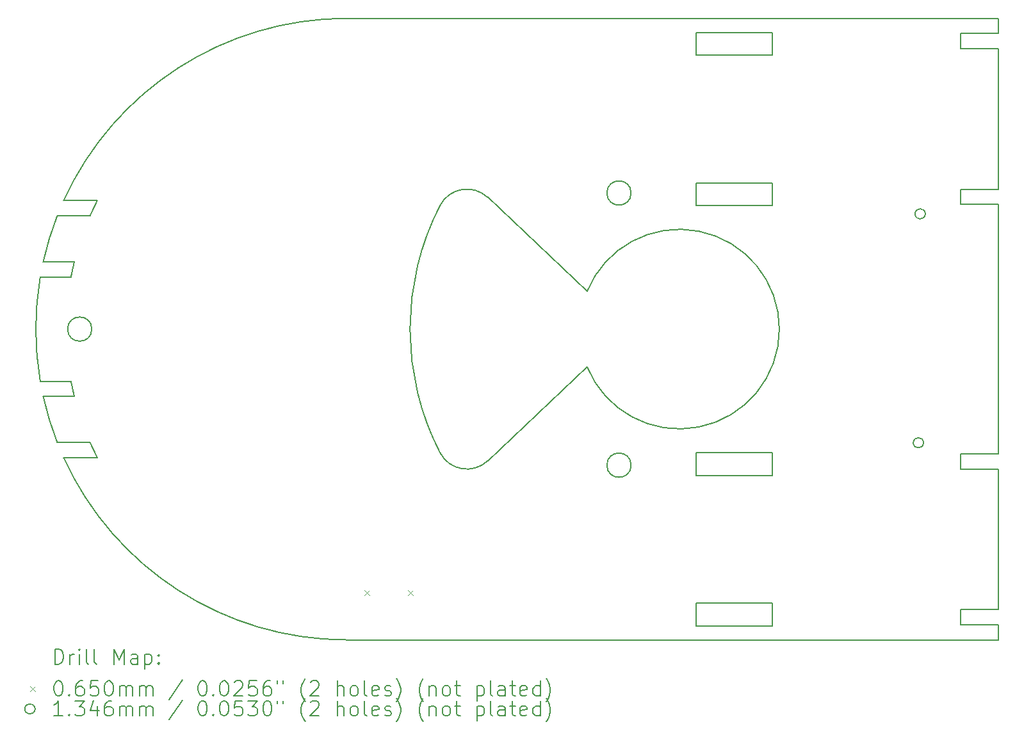
<source format=gbr>
%TF.GenerationSoftware,KiCad,Pcbnew,7.0.10-7.0.10~ubuntu22.04.1*%
%TF.CreationDate,2024-04-21T14:18:29-04:00*%
%TF.ProjectId,little_red_rover,6c697474-6c65-45f7-9265-645f726f7665,rev?*%
%TF.SameCoordinates,Original*%
%TF.FileFunction,Drillmap*%
%TF.FilePolarity,Positive*%
%FSLAX45Y45*%
G04 Gerber Fmt 4.5, Leading zero omitted, Abs format (unit mm)*
G04 Created by KiCad (PCBNEW 7.0.10-7.0.10~ubuntu22.04.1) date 2024-04-21 14:18:29*
%MOMM*%
%LPD*%
G01*
G04 APERTURE LIST*
%ADD10C,0.200000*%
%ADD11C,0.100000*%
%ADD12C,0.134620*%
G04 APERTURE END LIST*
D10*
X21365000Y-11650000D02*
X20865000Y-11650000D01*
X18375000Y-11935000D02*
X17361369Y-11935000D01*
X9003062Y-11700000D02*
X9447410Y-11700000D01*
X21365000Y-6090000D02*
X21365000Y-5890000D01*
X18375000Y-11935000D02*
X18375000Y-11635000D01*
X21365000Y-11650000D02*
X21365000Y-8350000D01*
X18375000Y-11635000D02*
X17361369Y-11635000D01*
X17361369Y-6375000D02*
X17361369Y-6075000D01*
X9003062Y-8300000D02*
X9447410Y-8300000D01*
X9099729Y-10690000D02*
G75*
G03*
X9143334Y-10890000I3645091J689960D01*
G01*
X17361369Y-11935000D02*
X17361369Y-11635000D01*
X21365000Y-8150000D02*
X20865000Y-8150000D01*
X16505000Y-8200000D02*
G75*
G03*
X16185000Y-8200000I-160000J0D01*
G01*
X16185000Y-8200000D02*
G75*
G03*
X16505000Y-8200000I160000J0D01*
G01*
X12745000Y-5890000D02*
G75*
G03*
X9003062Y-8300000I1J-4110001D01*
G01*
X13978988Y-11634861D02*
G75*
G03*
X14609153Y-11742043I355412J183521D01*
G01*
X9351757Y-8500000D02*
X8918500Y-8500000D01*
X20865000Y-13710000D02*
X20865000Y-13910000D01*
X14609149Y-8257960D02*
G75*
G03*
X13978992Y-8365141I-274750J-290700D01*
G01*
X15923362Y-9500000D02*
X14609153Y-8257957D01*
X8693334Y-9310000D02*
G75*
G03*
X8693334Y-10690000I4051666J-690000D01*
G01*
X17361369Y-6375000D02*
X18375000Y-6375000D01*
X12745000Y-14110000D02*
X21365000Y-14110000D01*
X9447410Y-8300000D02*
G75*
G03*
X9351757Y-8500000I3297630J-1700020D01*
G01*
X21365000Y-8150000D02*
X21365000Y-6290000D01*
X17361369Y-13925000D02*
X17361369Y-13625000D01*
X20865000Y-8150000D02*
X20865000Y-8350000D01*
X17361369Y-6075000D02*
X18375000Y-6075000D01*
X9099729Y-10690000D02*
X8693334Y-10690000D01*
X18375000Y-8365000D02*
X18375000Y-8065000D01*
X20865000Y-6090000D02*
X21365000Y-6090000D01*
X17361369Y-8365000D02*
X18375000Y-8365000D01*
X15923362Y-10500000D02*
G75*
G03*
X15923362Y-9500000I1221638J500000D01*
G01*
X18375000Y-13925000D02*
X17361369Y-13925000D01*
X20865000Y-11650000D02*
X20865000Y-11850000D01*
X8732520Y-10890000D02*
X9143334Y-10890000D01*
X18375000Y-13625000D02*
X17361369Y-13625000D01*
X12745000Y-5890000D02*
X21365000Y-5890000D01*
X21365000Y-8350000D02*
X20865000Y-8350000D01*
X8918501Y-8500000D02*
G75*
G03*
X8732520Y-9110000I3826559J-1500020D01*
G01*
X8918500Y-11500000D02*
X9351757Y-11500000D01*
X9143334Y-9110000D02*
G75*
G03*
X9099729Y-9310000I3601986J-890070D01*
G01*
X9003062Y-11700000D02*
G75*
G03*
X12745000Y-14110000I3741938J1700000D01*
G01*
X21365000Y-11850000D02*
X20865000Y-11850000D01*
X21365000Y-6290000D02*
X20865000Y-6290000D01*
X17361369Y-8065000D02*
X18375000Y-8065000D01*
X20865000Y-13910000D02*
X21365000Y-13910000D01*
X20865000Y-6090000D02*
X20865000Y-6290000D01*
X16505000Y-11800000D02*
G75*
G03*
X16185000Y-11800000I-160000J0D01*
G01*
X16185000Y-11800000D02*
G75*
G03*
X16505000Y-11800000I160000J0D01*
G01*
X18375000Y-13925000D02*
X18375000Y-13625000D01*
X9099729Y-9310000D02*
X8693334Y-9310000D01*
X17361369Y-8365000D02*
X17361369Y-8065000D01*
X9375000Y-10000000D02*
G75*
G03*
X9055000Y-10000000I-160000J0D01*
G01*
X9055000Y-10000000D02*
G75*
G03*
X9375000Y-10000000I160000J0D01*
G01*
X21365000Y-13710000D02*
X20865000Y-13710000D01*
X8732519Y-10890000D02*
G75*
G03*
X8918500Y-11500000I4012401J889980D01*
G01*
X21365000Y-13710000D02*
X21365000Y-11850000D01*
X9351757Y-11500000D02*
G75*
G03*
X9447410Y-11700000I3393283J1500020D01*
G01*
X9143334Y-9110000D02*
X8732520Y-9110000D01*
X18375000Y-6375000D02*
X18375000Y-6075000D01*
X13978992Y-8365141D02*
G75*
G03*
X13978992Y-11634859I3166008J-1634859D01*
G01*
X15923362Y-10500000D02*
X14609153Y-11742043D01*
X21365000Y-14110000D02*
X21365000Y-13910000D01*
D11*
X12978500Y-13457000D02*
X13043500Y-13522000D01*
X13043500Y-13457000D02*
X12978500Y-13522000D01*
X13556500Y-13457000D02*
X13621500Y-13522000D01*
X13621500Y-13457000D02*
X13556500Y-13522000D01*
D12*
X20370425Y-11503746D02*
G75*
G03*
X20235805Y-11503746I-67310J0D01*
G01*
X20235805Y-11503746D02*
G75*
G03*
X20370425Y-11503746I67310J0D01*
G01*
X20394195Y-8476254D02*
G75*
G03*
X20259575Y-8476254I-67310J0D01*
G01*
X20259575Y-8476254D02*
G75*
G03*
X20394195Y-8476254I67310J0D01*
G01*
D10*
X8885777Y-14431484D02*
X8885777Y-14231484D01*
X8885777Y-14231484D02*
X8933396Y-14231484D01*
X8933396Y-14231484D02*
X8961967Y-14241008D01*
X8961967Y-14241008D02*
X8981015Y-14260055D01*
X8981015Y-14260055D02*
X8990539Y-14279103D01*
X8990539Y-14279103D02*
X9000063Y-14317198D01*
X9000063Y-14317198D02*
X9000063Y-14345769D01*
X9000063Y-14345769D02*
X8990539Y-14383865D01*
X8990539Y-14383865D02*
X8981015Y-14402912D01*
X8981015Y-14402912D02*
X8961967Y-14421960D01*
X8961967Y-14421960D02*
X8933396Y-14431484D01*
X8933396Y-14431484D02*
X8885777Y-14431484D01*
X9085777Y-14431484D02*
X9085777Y-14298150D01*
X9085777Y-14336246D02*
X9095301Y-14317198D01*
X9095301Y-14317198D02*
X9104824Y-14307674D01*
X9104824Y-14307674D02*
X9123872Y-14298150D01*
X9123872Y-14298150D02*
X9142920Y-14298150D01*
X9209586Y-14431484D02*
X9209586Y-14298150D01*
X9209586Y-14231484D02*
X9200063Y-14241008D01*
X9200063Y-14241008D02*
X9209586Y-14250531D01*
X9209586Y-14250531D02*
X9219110Y-14241008D01*
X9219110Y-14241008D02*
X9209586Y-14231484D01*
X9209586Y-14231484D02*
X9209586Y-14250531D01*
X9333396Y-14431484D02*
X9314348Y-14421960D01*
X9314348Y-14421960D02*
X9304824Y-14402912D01*
X9304824Y-14402912D02*
X9304824Y-14231484D01*
X9438158Y-14431484D02*
X9419110Y-14421960D01*
X9419110Y-14421960D02*
X9409586Y-14402912D01*
X9409586Y-14402912D02*
X9409586Y-14231484D01*
X9666729Y-14431484D02*
X9666729Y-14231484D01*
X9666729Y-14231484D02*
X9733396Y-14374341D01*
X9733396Y-14374341D02*
X9800063Y-14231484D01*
X9800063Y-14231484D02*
X9800063Y-14431484D01*
X9981015Y-14431484D02*
X9981015Y-14326722D01*
X9981015Y-14326722D02*
X9971491Y-14307674D01*
X9971491Y-14307674D02*
X9952444Y-14298150D01*
X9952444Y-14298150D02*
X9914348Y-14298150D01*
X9914348Y-14298150D02*
X9895301Y-14307674D01*
X9981015Y-14421960D02*
X9961967Y-14431484D01*
X9961967Y-14431484D02*
X9914348Y-14431484D01*
X9914348Y-14431484D02*
X9895301Y-14421960D01*
X9895301Y-14421960D02*
X9885777Y-14402912D01*
X9885777Y-14402912D02*
X9885777Y-14383865D01*
X9885777Y-14383865D02*
X9895301Y-14364817D01*
X9895301Y-14364817D02*
X9914348Y-14355293D01*
X9914348Y-14355293D02*
X9961967Y-14355293D01*
X9961967Y-14355293D02*
X9981015Y-14345769D01*
X10076253Y-14298150D02*
X10076253Y-14498150D01*
X10076253Y-14307674D02*
X10095301Y-14298150D01*
X10095301Y-14298150D02*
X10133396Y-14298150D01*
X10133396Y-14298150D02*
X10152444Y-14307674D01*
X10152444Y-14307674D02*
X10161967Y-14317198D01*
X10161967Y-14317198D02*
X10171491Y-14336246D01*
X10171491Y-14336246D02*
X10171491Y-14393388D01*
X10171491Y-14393388D02*
X10161967Y-14412436D01*
X10161967Y-14412436D02*
X10152444Y-14421960D01*
X10152444Y-14421960D02*
X10133396Y-14431484D01*
X10133396Y-14431484D02*
X10095301Y-14431484D01*
X10095301Y-14431484D02*
X10076253Y-14421960D01*
X10257205Y-14412436D02*
X10266729Y-14421960D01*
X10266729Y-14421960D02*
X10257205Y-14431484D01*
X10257205Y-14431484D02*
X10247682Y-14421960D01*
X10247682Y-14421960D02*
X10257205Y-14412436D01*
X10257205Y-14412436D02*
X10257205Y-14431484D01*
X10257205Y-14307674D02*
X10266729Y-14317198D01*
X10266729Y-14317198D02*
X10257205Y-14326722D01*
X10257205Y-14326722D02*
X10247682Y-14317198D01*
X10247682Y-14317198D02*
X10257205Y-14307674D01*
X10257205Y-14307674D02*
X10257205Y-14326722D01*
D11*
X8560000Y-14727500D02*
X8625000Y-14792500D01*
X8625000Y-14727500D02*
X8560000Y-14792500D01*
D10*
X8923872Y-14651484D02*
X8942920Y-14651484D01*
X8942920Y-14651484D02*
X8961967Y-14661008D01*
X8961967Y-14661008D02*
X8971491Y-14670531D01*
X8971491Y-14670531D02*
X8981015Y-14689579D01*
X8981015Y-14689579D02*
X8990539Y-14727674D01*
X8990539Y-14727674D02*
X8990539Y-14775293D01*
X8990539Y-14775293D02*
X8981015Y-14813388D01*
X8981015Y-14813388D02*
X8971491Y-14832436D01*
X8971491Y-14832436D02*
X8961967Y-14841960D01*
X8961967Y-14841960D02*
X8942920Y-14851484D01*
X8942920Y-14851484D02*
X8923872Y-14851484D01*
X8923872Y-14851484D02*
X8904824Y-14841960D01*
X8904824Y-14841960D02*
X8895301Y-14832436D01*
X8895301Y-14832436D02*
X8885777Y-14813388D01*
X8885777Y-14813388D02*
X8876253Y-14775293D01*
X8876253Y-14775293D02*
X8876253Y-14727674D01*
X8876253Y-14727674D02*
X8885777Y-14689579D01*
X8885777Y-14689579D02*
X8895301Y-14670531D01*
X8895301Y-14670531D02*
X8904824Y-14661008D01*
X8904824Y-14661008D02*
X8923872Y-14651484D01*
X9076253Y-14832436D02*
X9085777Y-14841960D01*
X9085777Y-14841960D02*
X9076253Y-14851484D01*
X9076253Y-14851484D02*
X9066729Y-14841960D01*
X9066729Y-14841960D02*
X9076253Y-14832436D01*
X9076253Y-14832436D02*
X9076253Y-14851484D01*
X9257205Y-14651484D02*
X9219110Y-14651484D01*
X9219110Y-14651484D02*
X9200063Y-14661008D01*
X9200063Y-14661008D02*
X9190539Y-14670531D01*
X9190539Y-14670531D02*
X9171491Y-14699103D01*
X9171491Y-14699103D02*
X9161967Y-14737198D01*
X9161967Y-14737198D02*
X9161967Y-14813388D01*
X9161967Y-14813388D02*
X9171491Y-14832436D01*
X9171491Y-14832436D02*
X9181015Y-14841960D01*
X9181015Y-14841960D02*
X9200063Y-14851484D01*
X9200063Y-14851484D02*
X9238158Y-14851484D01*
X9238158Y-14851484D02*
X9257205Y-14841960D01*
X9257205Y-14841960D02*
X9266729Y-14832436D01*
X9266729Y-14832436D02*
X9276253Y-14813388D01*
X9276253Y-14813388D02*
X9276253Y-14765769D01*
X9276253Y-14765769D02*
X9266729Y-14746722D01*
X9266729Y-14746722D02*
X9257205Y-14737198D01*
X9257205Y-14737198D02*
X9238158Y-14727674D01*
X9238158Y-14727674D02*
X9200063Y-14727674D01*
X9200063Y-14727674D02*
X9181015Y-14737198D01*
X9181015Y-14737198D02*
X9171491Y-14746722D01*
X9171491Y-14746722D02*
X9161967Y-14765769D01*
X9457205Y-14651484D02*
X9361967Y-14651484D01*
X9361967Y-14651484D02*
X9352444Y-14746722D01*
X9352444Y-14746722D02*
X9361967Y-14737198D01*
X9361967Y-14737198D02*
X9381015Y-14727674D01*
X9381015Y-14727674D02*
X9428634Y-14727674D01*
X9428634Y-14727674D02*
X9447682Y-14737198D01*
X9447682Y-14737198D02*
X9457205Y-14746722D01*
X9457205Y-14746722D02*
X9466729Y-14765769D01*
X9466729Y-14765769D02*
X9466729Y-14813388D01*
X9466729Y-14813388D02*
X9457205Y-14832436D01*
X9457205Y-14832436D02*
X9447682Y-14841960D01*
X9447682Y-14841960D02*
X9428634Y-14851484D01*
X9428634Y-14851484D02*
X9381015Y-14851484D01*
X9381015Y-14851484D02*
X9361967Y-14841960D01*
X9361967Y-14841960D02*
X9352444Y-14832436D01*
X9590539Y-14651484D02*
X9609586Y-14651484D01*
X9609586Y-14651484D02*
X9628634Y-14661008D01*
X9628634Y-14661008D02*
X9638158Y-14670531D01*
X9638158Y-14670531D02*
X9647682Y-14689579D01*
X9647682Y-14689579D02*
X9657205Y-14727674D01*
X9657205Y-14727674D02*
X9657205Y-14775293D01*
X9657205Y-14775293D02*
X9647682Y-14813388D01*
X9647682Y-14813388D02*
X9638158Y-14832436D01*
X9638158Y-14832436D02*
X9628634Y-14841960D01*
X9628634Y-14841960D02*
X9609586Y-14851484D01*
X9609586Y-14851484D02*
X9590539Y-14851484D01*
X9590539Y-14851484D02*
X9571491Y-14841960D01*
X9571491Y-14841960D02*
X9561967Y-14832436D01*
X9561967Y-14832436D02*
X9552444Y-14813388D01*
X9552444Y-14813388D02*
X9542920Y-14775293D01*
X9542920Y-14775293D02*
X9542920Y-14727674D01*
X9542920Y-14727674D02*
X9552444Y-14689579D01*
X9552444Y-14689579D02*
X9561967Y-14670531D01*
X9561967Y-14670531D02*
X9571491Y-14661008D01*
X9571491Y-14661008D02*
X9590539Y-14651484D01*
X9742920Y-14851484D02*
X9742920Y-14718150D01*
X9742920Y-14737198D02*
X9752444Y-14727674D01*
X9752444Y-14727674D02*
X9771491Y-14718150D01*
X9771491Y-14718150D02*
X9800063Y-14718150D01*
X9800063Y-14718150D02*
X9819110Y-14727674D01*
X9819110Y-14727674D02*
X9828634Y-14746722D01*
X9828634Y-14746722D02*
X9828634Y-14851484D01*
X9828634Y-14746722D02*
X9838158Y-14727674D01*
X9838158Y-14727674D02*
X9857205Y-14718150D01*
X9857205Y-14718150D02*
X9885777Y-14718150D01*
X9885777Y-14718150D02*
X9904825Y-14727674D01*
X9904825Y-14727674D02*
X9914348Y-14746722D01*
X9914348Y-14746722D02*
X9914348Y-14851484D01*
X10009586Y-14851484D02*
X10009586Y-14718150D01*
X10009586Y-14737198D02*
X10019110Y-14727674D01*
X10019110Y-14727674D02*
X10038158Y-14718150D01*
X10038158Y-14718150D02*
X10066729Y-14718150D01*
X10066729Y-14718150D02*
X10085777Y-14727674D01*
X10085777Y-14727674D02*
X10095301Y-14746722D01*
X10095301Y-14746722D02*
X10095301Y-14851484D01*
X10095301Y-14746722D02*
X10104825Y-14727674D01*
X10104825Y-14727674D02*
X10123872Y-14718150D01*
X10123872Y-14718150D02*
X10152444Y-14718150D01*
X10152444Y-14718150D02*
X10171491Y-14727674D01*
X10171491Y-14727674D02*
X10181015Y-14746722D01*
X10181015Y-14746722D02*
X10181015Y-14851484D01*
X10571491Y-14641960D02*
X10400063Y-14899103D01*
X10828634Y-14651484D02*
X10847682Y-14651484D01*
X10847682Y-14651484D02*
X10866729Y-14661008D01*
X10866729Y-14661008D02*
X10876253Y-14670531D01*
X10876253Y-14670531D02*
X10885777Y-14689579D01*
X10885777Y-14689579D02*
X10895301Y-14727674D01*
X10895301Y-14727674D02*
X10895301Y-14775293D01*
X10895301Y-14775293D02*
X10885777Y-14813388D01*
X10885777Y-14813388D02*
X10876253Y-14832436D01*
X10876253Y-14832436D02*
X10866729Y-14841960D01*
X10866729Y-14841960D02*
X10847682Y-14851484D01*
X10847682Y-14851484D02*
X10828634Y-14851484D01*
X10828634Y-14851484D02*
X10809587Y-14841960D01*
X10809587Y-14841960D02*
X10800063Y-14832436D01*
X10800063Y-14832436D02*
X10790539Y-14813388D01*
X10790539Y-14813388D02*
X10781015Y-14775293D01*
X10781015Y-14775293D02*
X10781015Y-14727674D01*
X10781015Y-14727674D02*
X10790539Y-14689579D01*
X10790539Y-14689579D02*
X10800063Y-14670531D01*
X10800063Y-14670531D02*
X10809587Y-14661008D01*
X10809587Y-14661008D02*
X10828634Y-14651484D01*
X10981015Y-14832436D02*
X10990539Y-14841960D01*
X10990539Y-14841960D02*
X10981015Y-14851484D01*
X10981015Y-14851484D02*
X10971491Y-14841960D01*
X10971491Y-14841960D02*
X10981015Y-14832436D01*
X10981015Y-14832436D02*
X10981015Y-14851484D01*
X11114348Y-14651484D02*
X11133396Y-14651484D01*
X11133396Y-14651484D02*
X11152444Y-14661008D01*
X11152444Y-14661008D02*
X11161968Y-14670531D01*
X11161968Y-14670531D02*
X11171491Y-14689579D01*
X11171491Y-14689579D02*
X11181015Y-14727674D01*
X11181015Y-14727674D02*
X11181015Y-14775293D01*
X11181015Y-14775293D02*
X11171491Y-14813388D01*
X11171491Y-14813388D02*
X11161968Y-14832436D01*
X11161968Y-14832436D02*
X11152444Y-14841960D01*
X11152444Y-14841960D02*
X11133396Y-14851484D01*
X11133396Y-14851484D02*
X11114348Y-14851484D01*
X11114348Y-14851484D02*
X11095301Y-14841960D01*
X11095301Y-14841960D02*
X11085777Y-14832436D01*
X11085777Y-14832436D02*
X11076253Y-14813388D01*
X11076253Y-14813388D02*
X11066729Y-14775293D01*
X11066729Y-14775293D02*
X11066729Y-14727674D01*
X11066729Y-14727674D02*
X11076253Y-14689579D01*
X11076253Y-14689579D02*
X11085777Y-14670531D01*
X11085777Y-14670531D02*
X11095301Y-14661008D01*
X11095301Y-14661008D02*
X11114348Y-14651484D01*
X11257206Y-14670531D02*
X11266729Y-14661008D01*
X11266729Y-14661008D02*
X11285777Y-14651484D01*
X11285777Y-14651484D02*
X11333396Y-14651484D01*
X11333396Y-14651484D02*
X11352444Y-14661008D01*
X11352444Y-14661008D02*
X11361967Y-14670531D01*
X11361967Y-14670531D02*
X11371491Y-14689579D01*
X11371491Y-14689579D02*
X11371491Y-14708627D01*
X11371491Y-14708627D02*
X11361967Y-14737198D01*
X11361967Y-14737198D02*
X11247682Y-14851484D01*
X11247682Y-14851484D02*
X11371491Y-14851484D01*
X11552444Y-14651484D02*
X11457206Y-14651484D01*
X11457206Y-14651484D02*
X11447682Y-14746722D01*
X11447682Y-14746722D02*
X11457206Y-14737198D01*
X11457206Y-14737198D02*
X11476253Y-14727674D01*
X11476253Y-14727674D02*
X11523872Y-14727674D01*
X11523872Y-14727674D02*
X11542920Y-14737198D01*
X11542920Y-14737198D02*
X11552444Y-14746722D01*
X11552444Y-14746722D02*
X11561967Y-14765769D01*
X11561967Y-14765769D02*
X11561967Y-14813388D01*
X11561967Y-14813388D02*
X11552444Y-14832436D01*
X11552444Y-14832436D02*
X11542920Y-14841960D01*
X11542920Y-14841960D02*
X11523872Y-14851484D01*
X11523872Y-14851484D02*
X11476253Y-14851484D01*
X11476253Y-14851484D02*
X11457206Y-14841960D01*
X11457206Y-14841960D02*
X11447682Y-14832436D01*
X11733396Y-14651484D02*
X11695301Y-14651484D01*
X11695301Y-14651484D02*
X11676253Y-14661008D01*
X11676253Y-14661008D02*
X11666729Y-14670531D01*
X11666729Y-14670531D02*
X11647682Y-14699103D01*
X11647682Y-14699103D02*
X11638158Y-14737198D01*
X11638158Y-14737198D02*
X11638158Y-14813388D01*
X11638158Y-14813388D02*
X11647682Y-14832436D01*
X11647682Y-14832436D02*
X11657206Y-14841960D01*
X11657206Y-14841960D02*
X11676253Y-14851484D01*
X11676253Y-14851484D02*
X11714348Y-14851484D01*
X11714348Y-14851484D02*
X11733396Y-14841960D01*
X11733396Y-14841960D02*
X11742920Y-14832436D01*
X11742920Y-14832436D02*
X11752444Y-14813388D01*
X11752444Y-14813388D02*
X11752444Y-14765769D01*
X11752444Y-14765769D02*
X11742920Y-14746722D01*
X11742920Y-14746722D02*
X11733396Y-14737198D01*
X11733396Y-14737198D02*
X11714348Y-14727674D01*
X11714348Y-14727674D02*
X11676253Y-14727674D01*
X11676253Y-14727674D02*
X11657206Y-14737198D01*
X11657206Y-14737198D02*
X11647682Y-14746722D01*
X11647682Y-14746722D02*
X11638158Y-14765769D01*
X11828634Y-14651484D02*
X11828634Y-14689579D01*
X11904825Y-14651484D02*
X11904825Y-14689579D01*
X12200063Y-14927674D02*
X12190539Y-14918150D01*
X12190539Y-14918150D02*
X12171491Y-14889579D01*
X12171491Y-14889579D02*
X12161968Y-14870531D01*
X12161968Y-14870531D02*
X12152444Y-14841960D01*
X12152444Y-14841960D02*
X12142920Y-14794341D01*
X12142920Y-14794341D02*
X12142920Y-14756246D01*
X12142920Y-14756246D02*
X12152444Y-14708627D01*
X12152444Y-14708627D02*
X12161968Y-14680055D01*
X12161968Y-14680055D02*
X12171491Y-14661008D01*
X12171491Y-14661008D02*
X12190539Y-14632436D01*
X12190539Y-14632436D02*
X12200063Y-14622912D01*
X12266729Y-14670531D02*
X12276253Y-14661008D01*
X12276253Y-14661008D02*
X12295301Y-14651484D01*
X12295301Y-14651484D02*
X12342920Y-14651484D01*
X12342920Y-14651484D02*
X12361968Y-14661008D01*
X12361968Y-14661008D02*
X12371491Y-14670531D01*
X12371491Y-14670531D02*
X12381015Y-14689579D01*
X12381015Y-14689579D02*
X12381015Y-14708627D01*
X12381015Y-14708627D02*
X12371491Y-14737198D01*
X12371491Y-14737198D02*
X12257206Y-14851484D01*
X12257206Y-14851484D02*
X12381015Y-14851484D01*
X12619110Y-14851484D02*
X12619110Y-14651484D01*
X12704825Y-14851484D02*
X12704825Y-14746722D01*
X12704825Y-14746722D02*
X12695301Y-14727674D01*
X12695301Y-14727674D02*
X12676253Y-14718150D01*
X12676253Y-14718150D02*
X12647682Y-14718150D01*
X12647682Y-14718150D02*
X12628634Y-14727674D01*
X12628634Y-14727674D02*
X12619110Y-14737198D01*
X12828634Y-14851484D02*
X12809587Y-14841960D01*
X12809587Y-14841960D02*
X12800063Y-14832436D01*
X12800063Y-14832436D02*
X12790539Y-14813388D01*
X12790539Y-14813388D02*
X12790539Y-14756246D01*
X12790539Y-14756246D02*
X12800063Y-14737198D01*
X12800063Y-14737198D02*
X12809587Y-14727674D01*
X12809587Y-14727674D02*
X12828634Y-14718150D01*
X12828634Y-14718150D02*
X12857206Y-14718150D01*
X12857206Y-14718150D02*
X12876253Y-14727674D01*
X12876253Y-14727674D02*
X12885777Y-14737198D01*
X12885777Y-14737198D02*
X12895301Y-14756246D01*
X12895301Y-14756246D02*
X12895301Y-14813388D01*
X12895301Y-14813388D02*
X12885777Y-14832436D01*
X12885777Y-14832436D02*
X12876253Y-14841960D01*
X12876253Y-14841960D02*
X12857206Y-14851484D01*
X12857206Y-14851484D02*
X12828634Y-14851484D01*
X13009587Y-14851484D02*
X12990539Y-14841960D01*
X12990539Y-14841960D02*
X12981015Y-14822912D01*
X12981015Y-14822912D02*
X12981015Y-14651484D01*
X13161968Y-14841960D02*
X13142920Y-14851484D01*
X13142920Y-14851484D02*
X13104825Y-14851484D01*
X13104825Y-14851484D02*
X13085777Y-14841960D01*
X13085777Y-14841960D02*
X13076253Y-14822912D01*
X13076253Y-14822912D02*
X13076253Y-14746722D01*
X13076253Y-14746722D02*
X13085777Y-14727674D01*
X13085777Y-14727674D02*
X13104825Y-14718150D01*
X13104825Y-14718150D02*
X13142920Y-14718150D01*
X13142920Y-14718150D02*
X13161968Y-14727674D01*
X13161968Y-14727674D02*
X13171491Y-14746722D01*
X13171491Y-14746722D02*
X13171491Y-14765769D01*
X13171491Y-14765769D02*
X13076253Y-14784817D01*
X13247682Y-14841960D02*
X13266730Y-14851484D01*
X13266730Y-14851484D02*
X13304825Y-14851484D01*
X13304825Y-14851484D02*
X13323872Y-14841960D01*
X13323872Y-14841960D02*
X13333396Y-14822912D01*
X13333396Y-14822912D02*
X13333396Y-14813388D01*
X13333396Y-14813388D02*
X13323872Y-14794341D01*
X13323872Y-14794341D02*
X13304825Y-14784817D01*
X13304825Y-14784817D02*
X13276253Y-14784817D01*
X13276253Y-14784817D02*
X13257206Y-14775293D01*
X13257206Y-14775293D02*
X13247682Y-14756246D01*
X13247682Y-14756246D02*
X13247682Y-14746722D01*
X13247682Y-14746722D02*
X13257206Y-14727674D01*
X13257206Y-14727674D02*
X13276253Y-14718150D01*
X13276253Y-14718150D02*
X13304825Y-14718150D01*
X13304825Y-14718150D02*
X13323872Y-14727674D01*
X13400063Y-14927674D02*
X13409587Y-14918150D01*
X13409587Y-14918150D02*
X13428634Y-14889579D01*
X13428634Y-14889579D02*
X13438158Y-14870531D01*
X13438158Y-14870531D02*
X13447682Y-14841960D01*
X13447682Y-14841960D02*
X13457206Y-14794341D01*
X13457206Y-14794341D02*
X13457206Y-14756246D01*
X13457206Y-14756246D02*
X13447682Y-14708627D01*
X13447682Y-14708627D02*
X13438158Y-14680055D01*
X13438158Y-14680055D02*
X13428634Y-14661008D01*
X13428634Y-14661008D02*
X13409587Y-14632436D01*
X13409587Y-14632436D02*
X13400063Y-14622912D01*
X13761968Y-14927674D02*
X13752444Y-14918150D01*
X13752444Y-14918150D02*
X13733396Y-14889579D01*
X13733396Y-14889579D02*
X13723872Y-14870531D01*
X13723872Y-14870531D02*
X13714349Y-14841960D01*
X13714349Y-14841960D02*
X13704825Y-14794341D01*
X13704825Y-14794341D02*
X13704825Y-14756246D01*
X13704825Y-14756246D02*
X13714349Y-14708627D01*
X13714349Y-14708627D02*
X13723872Y-14680055D01*
X13723872Y-14680055D02*
X13733396Y-14661008D01*
X13733396Y-14661008D02*
X13752444Y-14632436D01*
X13752444Y-14632436D02*
X13761968Y-14622912D01*
X13838158Y-14718150D02*
X13838158Y-14851484D01*
X13838158Y-14737198D02*
X13847682Y-14727674D01*
X13847682Y-14727674D02*
X13866730Y-14718150D01*
X13866730Y-14718150D02*
X13895301Y-14718150D01*
X13895301Y-14718150D02*
X13914349Y-14727674D01*
X13914349Y-14727674D02*
X13923872Y-14746722D01*
X13923872Y-14746722D02*
X13923872Y-14851484D01*
X14047682Y-14851484D02*
X14028634Y-14841960D01*
X14028634Y-14841960D02*
X14019111Y-14832436D01*
X14019111Y-14832436D02*
X14009587Y-14813388D01*
X14009587Y-14813388D02*
X14009587Y-14756246D01*
X14009587Y-14756246D02*
X14019111Y-14737198D01*
X14019111Y-14737198D02*
X14028634Y-14727674D01*
X14028634Y-14727674D02*
X14047682Y-14718150D01*
X14047682Y-14718150D02*
X14076253Y-14718150D01*
X14076253Y-14718150D02*
X14095301Y-14727674D01*
X14095301Y-14727674D02*
X14104825Y-14737198D01*
X14104825Y-14737198D02*
X14114349Y-14756246D01*
X14114349Y-14756246D02*
X14114349Y-14813388D01*
X14114349Y-14813388D02*
X14104825Y-14832436D01*
X14104825Y-14832436D02*
X14095301Y-14841960D01*
X14095301Y-14841960D02*
X14076253Y-14851484D01*
X14076253Y-14851484D02*
X14047682Y-14851484D01*
X14171492Y-14718150D02*
X14247682Y-14718150D01*
X14200063Y-14651484D02*
X14200063Y-14822912D01*
X14200063Y-14822912D02*
X14209587Y-14841960D01*
X14209587Y-14841960D02*
X14228634Y-14851484D01*
X14228634Y-14851484D02*
X14247682Y-14851484D01*
X14466730Y-14718150D02*
X14466730Y-14918150D01*
X14466730Y-14727674D02*
X14485777Y-14718150D01*
X14485777Y-14718150D02*
X14523873Y-14718150D01*
X14523873Y-14718150D02*
X14542920Y-14727674D01*
X14542920Y-14727674D02*
X14552444Y-14737198D01*
X14552444Y-14737198D02*
X14561968Y-14756246D01*
X14561968Y-14756246D02*
X14561968Y-14813388D01*
X14561968Y-14813388D02*
X14552444Y-14832436D01*
X14552444Y-14832436D02*
X14542920Y-14841960D01*
X14542920Y-14841960D02*
X14523873Y-14851484D01*
X14523873Y-14851484D02*
X14485777Y-14851484D01*
X14485777Y-14851484D02*
X14466730Y-14841960D01*
X14676253Y-14851484D02*
X14657206Y-14841960D01*
X14657206Y-14841960D02*
X14647682Y-14822912D01*
X14647682Y-14822912D02*
X14647682Y-14651484D01*
X14838158Y-14851484D02*
X14838158Y-14746722D01*
X14838158Y-14746722D02*
X14828634Y-14727674D01*
X14828634Y-14727674D02*
X14809587Y-14718150D01*
X14809587Y-14718150D02*
X14771492Y-14718150D01*
X14771492Y-14718150D02*
X14752444Y-14727674D01*
X14838158Y-14841960D02*
X14819111Y-14851484D01*
X14819111Y-14851484D02*
X14771492Y-14851484D01*
X14771492Y-14851484D02*
X14752444Y-14841960D01*
X14752444Y-14841960D02*
X14742920Y-14822912D01*
X14742920Y-14822912D02*
X14742920Y-14803865D01*
X14742920Y-14803865D02*
X14752444Y-14784817D01*
X14752444Y-14784817D02*
X14771492Y-14775293D01*
X14771492Y-14775293D02*
X14819111Y-14775293D01*
X14819111Y-14775293D02*
X14838158Y-14765769D01*
X14904825Y-14718150D02*
X14981015Y-14718150D01*
X14933396Y-14651484D02*
X14933396Y-14822912D01*
X14933396Y-14822912D02*
X14942920Y-14841960D01*
X14942920Y-14841960D02*
X14961968Y-14851484D01*
X14961968Y-14851484D02*
X14981015Y-14851484D01*
X15123873Y-14841960D02*
X15104825Y-14851484D01*
X15104825Y-14851484D02*
X15066730Y-14851484D01*
X15066730Y-14851484D02*
X15047682Y-14841960D01*
X15047682Y-14841960D02*
X15038158Y-14822912D01*
X15038158Y-14822912D02*
X15038158Y-14746722D01*
X15038158Y-14746722D02*
X15047682Y-14727674D01*
X15047682Y-14727674D02*
X15066730Y-14718150D01*
X15066730Y-14718150D02*
X15104825Y-14718150D01*
X15104825Y-14718150D02*
X15123873Y-14727674D01*
X15123873Y-14727674D02*
X15133396Y-14746722D01*
X15133396Y-14746722D02*
X15133396Y-14765769D01*
X15133396Y-14765769D02*
X15038158Y-14784817D01*
X15304825Y-14851484D02*
X15304825Y-14651484D01*
X15304825Y-14841960D02*
X15285777Y-14851484D01*
X15285777Y-14851484D02*
X15247682Y-14851484D01*
X15247682Y-14851484D02*
X15228634Y-14841960D01*
X15228634Y-14841960D02*
X15219111Y-14832436D01*
X15219111Y-14832436D02*
X15209587Y-14813388D01*
X15209587Y-14813388D02*
X15209587Y-14756246D01*
X15209587Y-14756246D02*
X15219111Y-14737198D01*
X15219111Y-14737198D02*
X15228634Y-14727674D01*
X15228634Y-14727674D02*
X15247682Y-14718150D01*
X15247682Y-14718150D02*
X15285777Y-14718150D01*
X15285777Y-14718150D02*
X15304825Y-14727674D01*
X15381015Y-14927674D02*
X15390539Y-14918150D01*
X15390539Y-14918150D02*
X15409587Y-14889579D01*
X15409587Y-14889579D02*
X15419111Y-14870531D01*
X15419111Y-14870531D02*
X15428634Y-14841960D01*
X15428634Y-14841960D02*
X15438158Y-14794341D01*
X15438158Y-14794341D02*
X15438158Y-14756246D01*
X15438158Y-14756246D02*
X15428634Y-14708627D01*
X15428634Y-14708627D02*
X15419111Y-14680055D01*
X15419111Y-14680055D02*
X15409587Y-14661008D01*
X15409587Y-14661008D02*
X15390539Y-14632436D01*
X15390539Y-14632436D02*
X15381015Y-14622912D01*
D12*
X8625000Y-15024000D02*
G75*
G03*
X8490380Y-15024000I-67310J0D01*
G01*
X8490380Y-15024000D02*
G75*
G03*
X8625000Y-15024000I67310J0D01*
G01*
D10*
X8990539Y-15115484D02*
X8876253Y-15115484D01*
X8933396Y-15115484D02*
X8933396Y-14915484D01*
X8933396Y-14915484D02*
X8914348Y-14944055D01*
X8914348Y-14944055D02*
X8895301Y-14963103D01*
X8895301Y-14963103D02*
X8876253Y-14972627D01*
X9076253Y-15096436D02*
X9085777Y-15105960D01*
X9085777Y-15105960D02*
X9076253Y-15115484D01*
X9076253Y-15115484D02*
X9066729Y-15105960D01*
X9066729Y-15105960D02*
X9076253Y-15096436D01*
X9076253Y-15096436D02*
X9076253Y-15115484D01*
X9152444Y-14915484D02*
X9276253Y-14915484D01*
X9276253Y-14915484D02*
X9209586Y-14991674D01*
X9209586Y-14991674D02*
X9238158Y-14991674D01*
X9238158Y-14991674D02*
X9257205Y-15001198D01*
X9257205Y-15001198D02*
X9266729Y-15010722D01*
X9266729Y-15010722D02*
X9276253Y-15029769D01*
X9276253Y-15029769D02*
X9276253Y-15077388D01*
X9276253Y-15077388D02*
X9266729Y-15096436D01*
X9266729Y-15096436D02*
X9257205Y-15105960D01*
X9257205Y-15105960D02*
X9238158Y-15115484D01*
X9238158Y-15115484D02*
X9181015Y-15115484D01*
X9181015Y-15115484D02*
X9161967Y-15105960D01*
X9161967Y-15105960D02*
X9152444Y-15096436D01*
X9447682Y-14982150D02*
X9447682Y-15115484D01*
X9400063Y-14905960D02*
X9352444Y-15048817D01*
X9352444Y-15048817D02*
X9476253Y-15048817D01*
X9638158Y-14915484D02*
X9600063Y-14915484D01*
X9600063Y-14915484D02*
X9581015Y-14925008D01*
X9581015Y-14925008D02*
X9571491Y-14934531D01*
X9571491Y-14934531D02*
X9552444Y-14963103D01*
X9552444Y-14963103D02*
X9542920Y-15001198D01*
X9542920Y-15001198D02*
X9542920Y-15077388D01*
X9542920Y-15077388D02*
X9552444Y-15096436D01*
X9552444Y-15096436D02*
X9561967Y-15105960D01*
X9561967Y-15105960D02*
X9581015Y-15115484D01*
X9581015Y-15115484D02*
X9619110Y-15115484D01*
X9619110Y-15115484D02*
X9638158Y-15105960D01*
X9638158Y-15105960D02*
X9647682Y-15096436D01*
X9647682Y-15096436D02*
X9657205Y-15077388D01*
X9657205Y-15077388D02*
X9657205Y-15029769D01*
X9657205Y-15029769D02*
X9647682Y-15010722D01*
X9647682Y-15010722D02*
X9638158Y-15001198D01*
X9638158Y-15001198D02*
X9619110Y-14991674D01*
X9619110Y-14991674D02*
X9581015Y-14991674D01*
X9581015Y-14991674D02*
X9561967Y-15001198D01*
X9561967Y-15001198D02*
X9552444Y-15010722D01*
X9552444Y-15010722D02*
X9542920Y-15029769D01*
X9742920Y-15115484D02*
X9742920Y-14982150D01*
X9742920Y-15001198D02*
X9752444Y-14991674D01*
X9752444Y-14991674D02*
X9771491Y-14982150D01*
X9771491Y-14982150D02*
X9800063Y-14982150D01*
X9800063Y-14982150D02*
X9819110Y-14991674D01*
X9819110Y-14991674D02*
X9828634Y-15010722D01*
X9828634Y-15010722D02*
X9828634Y-15115484D01*
X9828634Y-15010722D02*
X9838158Y-14991674D01*
X9838158Y-14991674D02*
X9857205Y-14982150D01*
X9857205Y-14982150D02*
X9885777Y-14982150D01*
X9885777Y-14982150D02*
X9904825Y-14991674D01*
X9904825Y-14991674D02*
X9914348Y-15010722D01*
X9914348Y-15010722D02*
X9914348Y-15115484D01*
X10009586Y-15115484D02*
X10009586Y-14982150D01*
X10009586Y-15001198D02*
X10019110Y-14991674D01*
X10019110Y-14991674D02*
X10038158Y-14982150D01*
X10038158Y-14982150D02*
X10066729Y-14982150D01*
X10066729Y-14982150D02*
X10085777Y-14991674D01*
X10085777Y-14991674D02*
X10095301Y-15010722D01*
X10095301Y-15010722D02*
X10095301Y-15115484D01*
X10095301Y-15010722D02*
X10104825Y-14991674D01*
X10104825Y-14991674D02*
X10123872Y-14982150D01*
X10123872Y-14982150D02*
X10152444Y-14982150D01*
X10152444Y-14982150D02*
X10171491Y-14991674D01*
X10171491Y-14991674D02*
X10181015Y-15010722D01*
X10181015Y-15010722D02*
X10181015Y-15115484D01*
X10571491Y-14905960D02*
X10400063Y-15163103D01*
X10828634Y-14915484D02*
X10847682Y-14915484D01*
X10847682Y-14915484D02*
X10866729Y-14925008D01*
X10866729Y-14925008D02*
X10876253Y-14934531D01*
X10876253Y-14934531D02*
X10885777Y-14953579D01*
X10885777Y-14953579D02*
X10895301Y-14991674D01*
X10895301Y-14991674D02*
X10895301Y-15039293D01*
X10895301Y-15039293D02*
X10885777Y-15077388D01*
X10885777Y-15077388D02*
X10876253Y-15096436D01*
X10876253Y-15096436D02*
X10866729Y-15105960D01*
X10866729Y-15105960D02*
X10847682Y-15115484D01*
X10847682Y-15115484D02*
X10828634Y-15115484D01*
X10828634Y-15115484D02*
X10809587Y-15105960D01*
X10809587Y-15105960D02*
X10800063Y-15096436D01*
X10800063Y-15096436D02*
X10790539Y-15077388D01*
X10790539Y-15077388D02*
X10781015Y-15039293D01*
X10781015Y-15039293D02*
X10781015Y-14991674D01*
X10781015Y-14991674D02*
X10790539Y-14953579D01*
X10790539Y-14953579D02*
X10800063Y-14934531D01*
X10800063Y-14934531D02*
X10809587Y-14925008D01*
X10809587Y-14925008D02*
X10828634Y-14915484D01*
X10981015Y-15096436D02*
X10990539Y-15105960D01*
X10990539Y-15105960D02*
X10981015Y-15115484D01*
X10981015Y-15115484D02*
X10971491Y-15105960D01*
X10971491Y-15105960D02*
X10981015Y-15096436D01*
X10981015Y-15096436D02*
X10981015Y-15115484D01*
X11114348Y-14915484D02*
X11133396Y-14915484D01*
X11133396Y-14915484D02*
X11152444Y-14925008D01*
X11152444Y-14925008D02*
X11161968Y-14934531D01*
X11161968Y-14934531D02*
X11171491Y-14953579D01*
X11171491Y-14953579D02*
X11181015Y-14991674D01*
X11181015Y-14991674D02*
X11181015Y-15039293D01*
X11181015Y-15039293D02*
X11171491Y-15077388D01*
X11171491Y-15077388D02*
X11161968Y-15096436D01*
X11161968Y-15096436D02*
X11152444Y-15105960D01*
X11152444Y-15105960D02*
X11133396Y-15115484D01*
X11133396Y-15115484D02*
X11114348Y-15115484D01*
X11114348Y-15115484D02*
X11095301Y-15105960D01*
X11095301Y-15105960D02*
X11085777Y-15096436D01*
X11085777Y-15096436D02*
X11076253Y-15077388D01*
X11076253Y-15077388D02*
X11066729Y-15039293D01*
X11066729Y-15039293D02*
X11066729Y-14991674D01*
X11066729Y-14991674D02*
X11076253Y-14953579D01*
X11076253Y-14953579D02*
X11085777Y-14934531D01*
X11085777Y-14934531D02*
X11095301Y-14925008D01*
X11095301Y-14925008D02*
X11114348Y-14915484D01*
X11361967Y-14915484D02*
X11266729Y-14915484D01*
X11266729Y-14915484D02*
X11257206Y-15010722D01*
X11257206Y-15010722D02*
X11266729Y-15001198D01*
X11266729Y-15001198D02*
X11285777Y-14991674D01*
X11285777Y-14991674D02*
X11333396Y-14991674D01*
X11333396Y-14991674D02*
X11352444Y-15001198D01*
X11352444Y-15001198D02*
X11361967Y-15010722D01*
X11361967Y-15010722D02*
X11371491Y-15029769D01*
X11371491Y-15029769D02*
X11371491Y-15077388D01*
X11371491Y-15077388D02*
X11361967Y-15096436D01*
X11361967Y-15096436D02*
X11352444Y-15105960D01*
X11352444Y-15105960D02*
X11333396Y-15115484D01*
X11333396Y-15115484D02*
X11285777Y-15115484D01*
X11285777Y-15115484D02*
X11266729Y-15105960D01*
X11266729Y-15105960D02*
X11257206Y-15096436D01*
X11438158Y-14915484D02*
X11561967Y-14915484D01*
X11561967Y-14915484D02*
X11495301Y-14991674D01*
X11495301Y-14991674D02*
X11523872Y-14991674D01*
X11523872Y-14991674D02*
X11542920Y-15001198D01*
X11542920Y-15001198D02*
X11552444Y-15010722D01*
X11552444Y-15010722D02*
X11561967Y-15029769D01*
X11561967Y-15029769D02*
X11561967Y-15077388D01*
X11561967Y-15077388D02*
X11552444Y-15096436D01*
X11552444Y-15096436D02*
X11542920Y-15105960D01*
X11542920Y-15105960D02*
X11523872Y-15115484D01*
X11523872Y-15115484D02*
X11466729Y-15115484D01*
X11466729Y-15115484D02*
X11447682Y-15105960D01*
X11447682Y-15105960D02*
X11438158Y-15096436D01*
X11685777Y-14915484D02*
X11704825Y-14915484D01*
X11704825Y-14915484D02*
X11723872Y-14925008D01*
X11723872Y-14925008D02*
X11733396Y-14934531D01*
X11733396Y-14934531D02*
X11742920Y-14953579D01*
X11742920Y-14953579D02*
X11752444Y-14991674D01*
X11752444Y-14991674D02*
X11752444Y-15039293D01*
X11752444Y-15039293D02*
X11742920Y-15077388D01*
X11742920Y-15077388D02*
X11733396Y-15096436D01*
X11733396Y-15096436D02*
X11723872Y-15105960D01*
X11723872Y-15105960D02*
X11704825Y-15115484D01*
X11704825Y-15115484D02*
X11685777Y-15115484D01*
X11685777Y-15115484D02*
X11666729Y-15105960D01*
X11666729Y-15105960D02*
X11657206Y-15096436D01*
X11657206Y-15096436D02*
X11647682Y-15077388D01*
X11647682Y-15077388D02*
X11638158Y-15039293D01*
X11638158Y-15039293D02*
X11638158Y-14991674D01*
X11638158Y-14991674D02*
X11647682Y-14953579D01*
X11647682Y-14953579D02*
X11657206Y-14934531D01*
X11657206Y-14934531D02*
X11666729Y-14925008D01*
X11666729Y-14925008D02*
X11685777Y-14915484D01*
X11828634Y-14915484D02*
X11828634Y-14953579D01*
X11904825Y-14915484D02*
X11904825Y-14953579D01*
X12200063Y-15191674D02*
X12190539Y-15182150D01*
X12190539Y-15182150D02*
X12171491Y-15153579D01*
X12171491Y-15153579D02*
X12161968Y-15134531D01*
X12161968Y-15134531D02*
X12152444Y-15105960D01*
X12152444Y-15105960D02*
X12142920Y-15058341D01*
X12142920Y-15058341D02*
X12142920Y-15020246D01*
X12142920Y-15020246D02*
X12152444Y-14972627D01*
X12152444Y-14972627D02*
X12161968Y-14944055D01*
X12161968Y-14944055D02*
X12171491Y-14925008D01*
X12171491Y-14925008D02*
X12190539Y-14896436D01*
X12190539Y-14896436D02*
X12200063Y-14886912D01*
X12266729Y-14934531D02*
X12276253Y-14925008D01*
X12276253Y-14925008D02*
X12295301Y-14915484D01*
X12295301Y-14915484D02*
X12342920Y-14915484D01*
X12342920Y-14915484D02*
X12361968Y-14925008D01*
X12361968Y-14925008D02*
X12371491Y-14934531D01*
X12371491Y-14934531D02*
X12381015Y-14953579D01*
X12381015Y-14953579D02*
X12381015Y-14972627D01*
X12381015Y-14972627D02*
X12371491Y-15001198D01*
X12371491Y-15001198D02*
X12257206Y-15115484D01*
X12257206Y-15115484D02*
X12381015Y-15115484D01*
X12619110Y-15115484D02*
X12619110Y-14915484D01*
X12704825Y-15115484D02*
X12704825Y-15010722D01*
X12704825Y-15010722D02*
X12695301Y-14991674D01*
X12695301Y-14991674D02*
X12676253Y-14982150D01*
X12676253Y-14982150D02*
X12647682Y-14982150D01*
X12647682Y-14982150D02*
X12628634Y-14991674D01*
X12628634Y-14991674D02*
X12619110Y-15001198D01*
X12828634Y-15115484D02*
X12809587Y-15105960D01*
X12809587Y-15105960D02*
X12800063Y-15096436D01*
X12800063Y-15096436D02*
X12790539Y-15077388D01*
X12790539Y-15077388D02*
X12790539Y-15020246D01*
X12790539Y-15020246D02*
X12800063Y-15001198D01*
X12800063Y-15001198D02*
X12809587Y-14991674D01*
X12809587Y-14991674D02*
X12828634Y-14982150D01*
X12828634Y-14982150D02*
X12857206Y-14982150D01*
X12857206Y-14982150D02*
X12876253Y-14991674D01*
X12876253Y-14991674D02*
X12885777Y-15001198D01*
X12885777Y-15001198D02*
X12895301Y-15020246D01*
X12895301Y-15020246D02*
X12895301Y-15077388D01*
X12895301Y-15077388D02*
X12885777Y-15096436D01*
X12885777Y-15096436D02*
X12876253Y-15105960D01*
X12876253Y-15105960D02*
X12857206Y-15115484D01*
X12857206Y-15115484D02*
X12828634Y-15115484D01*
X13009587Y-15115484D02*
X12990539Y-15105960D01*
X12990539Y-15105960D02*
X12981015Y-15086912D01*
X12981015Y-15086912D02*
X12981015Y-14915484D01*
X13161968Y-15105960D02*
X13142920Y-15115484D01*
X13142920Y-15115484D02*
X13104825Y-15115484D01*
X13104825Y-15115484D02*
X13085777Y-15105960D01*
X13085777Y-15105960D02*
X13076253Y-15086912D01*
X13076253Y-15086912D02*
X13076253Y-15010722D01*
X13076253Y-15010722D02*
X13085777Y-14991674D01*
X13085777Y-14991674D02*
X13104825Y-14982150D01*
X13104825Y-14982150D02*
X13142920Y-14982150D01*
X13142920Y-14982150D02*
X13161968Y-14991674D01*
X13161968Y-14991674D02*
X13171491Y-15010722D01*
X13171491Y-15010722D02*
X13171491Y-15029769D01*
X13171491Y-15029769D02*
X13076253Y-15048817D01*
X13247682Y-15105960D02*
X13266730Y-15115484D01*
X13266730Y-15115484D02*
X13304825Y-15115484D01*
X13304825Y-15115484D02*
X13323872Y-15105960D01*
X13323872Y-15105960D02*
X13333396Y-15086912D01*
X13333396Y-15086912D02*
X13333396Y-15077388D01*
X13333396Y-15077388D02*
X13323872Y-15058341D01*
X13323872Y-15058341D02*
X13304825Y-15048817D01*
X13304825Y-15048817D02*
X13276253Y-15048817D01*
X13276253Y-15048817D02*
X13257206Y-15039293D01*
X13257206Y-15039293D02*
X13247682Y-15020246D01*
X13247682Y-15020246D02*
X13247682Y-15010722D01*
X13247682Y-15010722D02*
X13257206Y-14991674D01*
X13257206Y-14991674D02*
X13276253Y-14982150D01*
X13276253Y-14982150D02*
X13304825Y-14982150D01*
X13304825Y-14982150D02*
X13323872Y-14991674D01*
X13400063Y-15191674D02*
X13409587Y-15182150D01*
X13409587Y-15182150D02*
X13428634Y-15153579D01*
X13428634Y-15153579D02*
X13438158Y-15134531D01*
X13438158Y-15134531D02*
X13447682Y-15105960D01*
X13447682Y-15105960D02*
X13457206Y-15058341D01*
X13457206Y-15058341D02*
X13457206Y-15020246D01*
X13457206Y-15020246D02*
X13447682Y-14972627D01*
X13447682Y-14972627D02*
X13438158Y-14944055D01*
X13438158Y-14944055D02*
X13428634Y-14925008D01*
X13428634Y-14925008D02*
X13409587Y-14896436D01*
X13409587Y-14896436D02*
X13400063Y-14886912D01*
X13761968Y-15191674D02*
X13752444Y-15182150D01*
X13752444Y-15182150D02*
X13733396Y-15153579D01*
X13733396Y-15153579D02*
X13723872Y-15134531D01*
X13723872Y-15134531D02*
X13714349Y-15105960D01*
X13714349Y-15105960D02*
X13704825Y-15058341D01*
X13704825Y-15058341D02*
X13704825Y-15020246D01*
X13704825Y-15020246D02*
X13714349Y-14972627D01*
X13714349Y-14972627D02*
X13723872Y-14944055D01*
X13723872Y-14944055D02*
X13733396Y-14925008D01*
X13733396Y-14925008D02*
X13752444Y-14896436D01*
X13752444Y-14896436D02*
X13761968Y-14886912D01*
X13838158Y-14982150D02*
X13838158Y-15115484D01*
X13838158Y-15001198D02*
X13847682Y-14991674D01*
X13847682Y-14991674D02*
X13866730Y-14982150D01*
X13866730Y-14982150D02*
X13895301Y-14982150D01*
X13895301Y-14982150D02*
X13914349Y-14991674D01*
X13914349Y-14991674D02*
X13923872Y-15010722D01*
X13923872Y-15010722D02*
X13923872Y-15115484D01*
X14047682Y-15115484D02*
X14028634Y-15105960D01*
X14028634Y-15105960D02*
X14019111Y-15096436D01*
X14019111Y-15096436D02*
X14009587Y-15077388D01*
X14009587Y-15077388D02*
X14009587Y-15020246D01*
X14009587Y-15020246D02*
X14019111Y-15001198D01*
X14019111Y-15001198D02*
X14028634Y-14991674D01*
X14028634Y-14991674D02*
X14047682Y-14982150D01*
X14047682Y-14982150D02*
X14076253Y-14982150D01*
X14076253Y-14982150D02*
X14095301Y-14991674D01*
X14095301Y-14991674D02*
X14104825Y-15001198D01*
X14104825Y-15001198D02*
X14114349Y-15020246D01*
X14114349Y-15020246D02*
X14114349Y-15077388D01*
X14114349Y-15077388D02*
X14104825Y-15096436D01*
X14104825Y-15096436D02*
X14095301Y-15105960D01*
X14095301Y-15105960D02*
X14076253Y-15115484D01*
X14076253Y-15115484D02*
X14047682Y-15115484D01*
X14171492Y-14982150D02*
X14247682Y-14982150D01*
X14200063Y-14915484D02*
X14200063Y-15086912D01*
X14200063Y-15086912D02*
X14209587Y-15105960D01*
X14209587Y-15105960D02*
X14228634Y-15115484D01*
X14228634Y-15115484D02*
X14247682Y-15115484D01*
X14466730Y-14982150D02*
X14466730Y-15182150D01*
X14466730Y-14991674D02*
X14485777Y-14982150D01*
X14485777Y-14982150D02*
X14523873Y-14982150D01*
X14523873Y-14982150D02*
X14542920Y-14991674D01*
X14542920Y-14991674D02*
X14552444Y-15001198D01*
X14552444Y-15001198D02*
X14561968Y-15020246D01*
X14561968Y-15020246D02*
X14561968Y-15077388D01*
X14561968Y-15077388D02*
X14552444Y-15096436D01*
X14552444Y-15096436D02*
X14542920Y-15105960D01*
X14542920Y-15105960D02*
X14523873Y-15115484D01*
X14523873Y-15115484D02*
X14485777Y-15115484D01*
X14485777Y-15115484D02*
X14466730Y-15105960D01*
X14676253Y-15115484D02*
X14657206Y-15105960D01*
X14657206Y-15105960D02*
X14647682Y-15086912D01*
X14647682Y-15086912D02*
X14647682Y-14915484D01*
X14838158Y-15115484D02*
X14838158Y-15010722D01*
X14838158Y-15010722D02*
X14828634Y-14991674D01*
X14828634Y-14991674D02*
X14809587Y-14982150D01*
X14809587Y-14982150D02*
X14771492Y-14982150D01*
X14771492Y-14982150D02*
X14752444Y-14991674D01*
X14838158Y-15105960D02*
X14819111Y-15115484D01*
X14819111Y-15115484D02*
X14771492Y-15115484D01*
X14771492Y-15115484D02*
X14752444Y-15105960D01*
X14752444Y-15105960D02*
X14742920Y-15086912D01*
X14742920Y-15086912D02*
X14742920Y-15067865D01*
X14742920Y-15067865D02*
X14752444Y-15048817D01*
X14752444Y-15048817D02*
X14771492Y-15039293D01*
X14771492Y-15039293D02*
X14819111Y-15039293D01*
X14819111Y-15039293D02*
X14838158Y-15029769D01*
X14904825Y-14982150D02*
X14981015Y-14982150D01*
X14933396Y-14915484D02*
X14933396Y-15086912D01*
X14933396Y-15086912D02*
X14942920Y-15105960D01*
X14942920Y-15105960D02*
X14961968Y-15115484D01*
X14961968Y-15115484D02*
X14981015Y-15115484D01*
X15123873Y-15105960D02*
X15104825Y-15115484D01*
X15104825Y-15115484D02*
X15066730Y-15115484D01*
X15066730Y-15115484D02*
X15047682Y-15105960D01*
X15047682Y-15105960D02*
X15038158Y-15086912D01*
X15038158Y-15086912D02*
X15038158Y-15010722D01*
X15038158Y-15010722D02*
X15047682Y-14991674D01*
X15047682Y-14991674D02*
X15066730Y-14982150D01*
X15066730Y-14982150D02*
X15104825Y-14982150D01*
X15104825Y-14982150D02*
X15123873Y-14991674D01*
X15123873Y-14991674D02*
X15133396Y-15010722D01*
X15133396Y-15010722D02*
X15133396Y-15029769D01*
X15133396Y-15029769D02*
X15038158Y-15048817D01*
X15304825Y-15115484D02*
X15304825Y-14915484D01*
X15304825Y-15105960D02*
X15285777Y-15115484D01*
X15285777Y-15115484D02*
X15247682Y-15115484D01*
X15247682Y-15115484D02*
X15228634Y-15105960D01*
X15228634Y-15105960D02*
X15219111Y-15096436D01*
X15219111Y-15096436D02*
X15209587Y-15077388D01*
X15209587Y-15077388D02*
X15209587Y-15020246D01*
X15209587Y-15020246D02*
X15219111Y-15001198D01*
X15219111Y-15001198D02*
X15228634Y-14991674D01*
X15228634Y-14991674D02*
X15247682Y-14982150D01*
X15247682Y-14982150D02*
X15285777Y-14982150D01*
X15285777Y-14982150D02*
X15304825Y-14991674D01*
X15381015Y-15191674D02*
X15390539Y-15182150D01*
X15390539Y-15182150D02*
X15409587Y-15153579D01*
X15409587Y-15153579D02*
X15419111Y-15134531D01*
X15419111Y-15134531D02*
X15428634Y-15105960D01*
X15428634Y-15105960D02*
X15438158Y-15058341D01*
X15438158Y-15058341D02*
X15438158Y-15020246D01*
X15438158Y-15020246D02*
X15428634Y-14972627D01*
X15428634Y-14972627D02*
X15419111Y-14944055D01*
X15419111Y-14944055D02*
X15409587Y-14925008D01*
X15409587Y-14925008D02*
X15390539Y-14896436D01*
X15390539Y-14896436D02*
X15381015Y-14886912D01*
M02*

</source>
